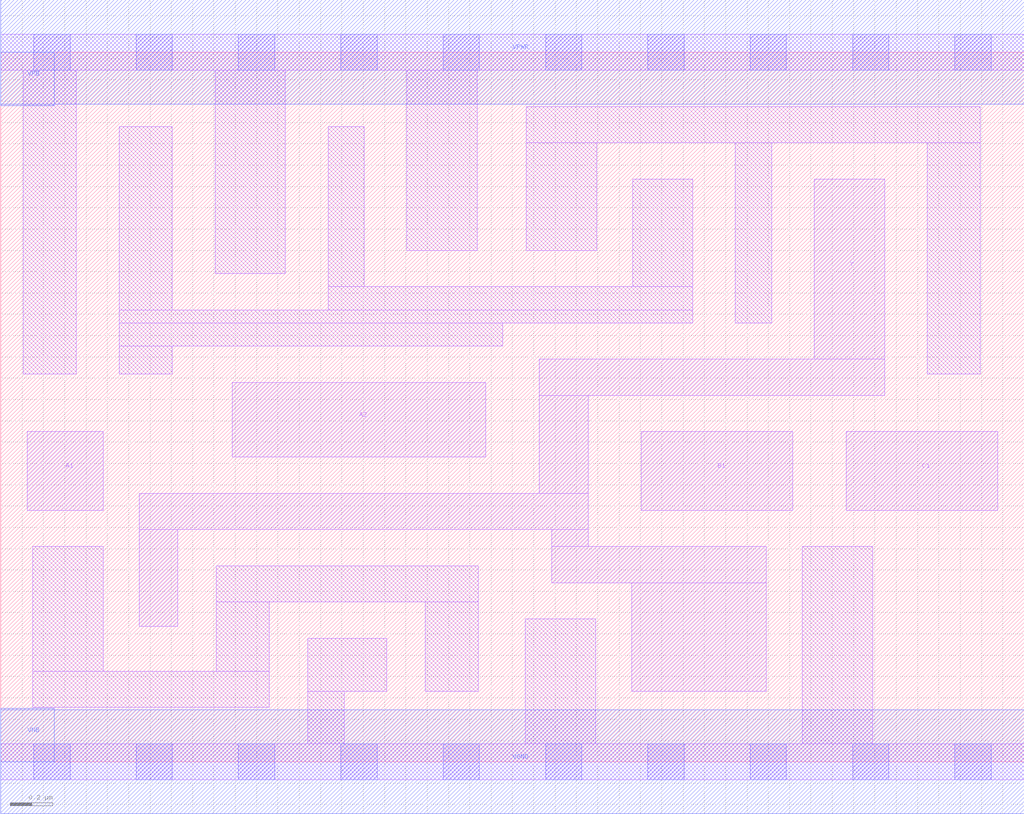
<source format=lef>
# Copyright 2020 The SkyWater PDK Authors
#
# Licensed under the Apache License, Version 2.0 (the "License");
# you may not use this file except in compliance with the License.
# You may obtain a copy of the License at
#
#     https://www.apache.org/licenses/LICENSE-2.0
#
# Unless required by applicable law or agreed to in writing, software
# distributed under the License is distributed on an "AS IS" BASIS,
# WITHOUT WARRANTIES OR CONDITIONS OF ANY KIND, either express or implied.
# See the License for the specific language governing permissions and
# limitations under the License.
#
# SPDX-License-Identifier: Apache-2.0

VERSION 5.5 ;
NAMESCASESENSITIVE ON ;
BUSBITCHARS "[]" ;
DIVIDERCHAR "/" ;
MACRO sky130_fd_sc_ms__a211oi_2
  CLASS CORE ;
  SOURCE USER ;
  ORIGIN  0.000000  0.000000 ;
  SIZE  4.800000 BY  3.330000 ;
  SYMMETRY X Y ;
  SITE unit ;
  PIN A1
    ANTENNAGATEAREA  0.558000 ;
    DIRECTION INPUT ;
    USE SIGNAL ;
    PORT
      LAYER li1 ;
        RECT 0.125000 1.180000 0.480000 1.550000 ;
    END
  END A1
  PIN A2
    ANTENNAGATEAREA  0.558000 ;
    DIRECTION INPUT ;
    USE SIGNAL ;
    PORT
      LAYER li1 ;
        RECT 1.085000 1.430000 2.275000 1.780000 ;
    END
  END A2
  PIN B1
    ANTENNAGATEAREA  0.447000 ;
    DIRECTION INPUT ;
    USE SIGNAL ;
    PORT
      LAYER li1 ;
        RECT 3.005000 1.180000 3.715000 1.550000 ;
    END
  END B1
  PIN C1
    ANTENNAGATEAREA  0.447000 ;
    DIRECTION INPUT ;
    USE SIGNAL ;
    PORT
      LAYER li1 ;
        RECT 3.965000 1.180000 4.675000 1.550000 ;
    END
  END C1
  PIN Y
    ANTENNADIFFAREA  1.076000 ;
    DIRECTION OUTPUT ;
    USE SIGNAL ;
    PORT
      LAYER li1 ;
        RECT 0.650000 0.635000 0.830000 1.090000 ;
        RECT 0.650000 1.090000 2.755000 1.260000 ;
        RECT 2.525000 1.260000 2.755000 1.720000 ;
        RECT 2.525000 1.720000 4.145000 1.890000 ;
        RECT 2.585000 0.840000 3.590000 1.010000 ;
        RECT 2.585000 1.010000 2.755000 1.090000 ;
        RECT 2.960000 0.330000 3.590000 0.840000 ;
        RECT 3.815000 1.890000 4.145000 2.735000 ;
    END
  END Y
  PIN VGND
    DIRECTION INOUT ;
    USE GROUND ;
    PORT
      LAYER met1 ;
        RECT 0.000000 -0.245000 4.800000 0.245000 ;
    END
  END VGND
  PIN VNB
    DIRECTION INOUT ;
    USE GROUND ;
    PORT
    END
  END VNB
  PIN VPB
    DIRECTION INOUT ;
    USE POWER ;
    PORT
    END
  END VPB
  PIN VNB
    DIRECTION INOUT ;
    USE GROUND ;
    PORT
      LAYER met1 ;
        RECT 0.000000 0.000000 0.250000 0.250000 ;
    END
  END VNB
  PIN VPB
    DIRECTION INOUT ;
    USE POWER ;
    PORT
      LAYER met1 ;
        RECT 0.000000 3.080000 0.250000 3.330000 ;
    END
  END VPB
  PIN VPWR
    DIRECTION INOUT ;
    USE POWER ;
    PORT
      LAYER met1 ;
        RECT 0.000000 3.085000 4.800000 3.575000 ;
    END
  END VPWR
  OBS
    LAYER li1 ;
      RECT 0.000000 -0.085000 4.800000 0.085000 ;
      RECT 0.000000  3.245000 4.800000 3.415000 ;
      RECT 0.105000  1.820000 0.355000 3.245000 ;
      RECT 0.150000  0.255000 1.260000 0.425000 ;
      RECT 0.150000  0.425000 0.480000 1.010000 ;
      RECT 0.555000  1.820000 0.805000 1.950000 ;
      RECT 0.555000  1.950000 2.355000 2.060000 ;
      RECT 0.555000  2.060000 3.245000 2.120000 ;
      RECT 0.555000  2.120000 0.805000 2.980000 ;
      RECT 1.005000  2.290000 1.335000 3.245000 ;
      RECT 1.010000  0.425000 1.260000 0.750000 ;
      RECT 1.010000  0.750000 2.240000 0.920000 ;
      RECT 1.440000  0.085000 1.610000 0.330000 ;
      RECT 1.440000  0.330000 1.810000 0.580000 ;
      RECT 1.535000  2.120000 3.245000 2.230000 ;
      RECT 1.535000  2.230000 1.705000 2.980000 ;
      RECT 1.905000  2.400000 2.235000 3.245000 ;
      RECT 1.990000  0.330000 2.240000 0.750000 ;
      RECT 2.460000  0.085000 2.790000 0.670000 ;
      RECT 2.465000  2.400000 2.795000 2.905000 ;
      RECT 2.465000  2.905000 4.595000 3.075000 ;
      RECT 2.965000  2.230000 3.245000 2.735000 ;
      RECT 3.445000  2.060000 3.615000 2.905000 ;
      RECT 3.760000  0.085000 4.090000 1.010000 ;
      RECT 4.345000  1.820000 4.595000 2.905000 ;
    LAYER mcon ;
      RECT 0.155000 -0.085000 0.325000 0.085000 ;
      RECT 0.155000  3.245000 0.325000 3.415000 ;
      RECT 0.635000 -0.085000 0.805000 0.085000 ;
      RECT 0.635000  3.245000 0.805000 3.415000 ;
      RECT 1.115000 -0.085000 1.285000 0.085000 ;
      RECT 1.115000  3.245000 1.285000 3.415000 ;
      RECT 1.595000 -0.085000 1.765000 0.085000 ;
      RECT 1.595000  3.245000 1.765000 3.415000 ;
      RECT 2.075000 -0.085000 2.245000 0.085000 ;
      RECT 2.075000  3.245000 2.245000 3.415000 ;
      RECT 2.555000 -0.085000 2.725000 0.085000 ;
      RECT 2.555000  3.245000 2.725000 3.415000 ;
      RECT 3.035000 -0.085000 3.205000 0.085000 ;
      RECT 3.035000  3.245000 3.205000 3.415000 ;
      RECT 3.515000 -0.085000 3.685000 0.085000 ;
      RECT 3.515000  3.245000 3.685000 3.415000 ;
      RECT 3.995000 -0.085000 4.165000 0.085000 ;
      RECT 3.995000  3.245000 4.165000 3.415000 ;
      RECT 4.475000 -0.085000 4.645000 0.085000 ;
      RECT 4.475000  3.245000 4.645000 3.415000 ;
  END
END sky130_fd_sc_ms__a211oi_2
END LIBRARY

</source>
